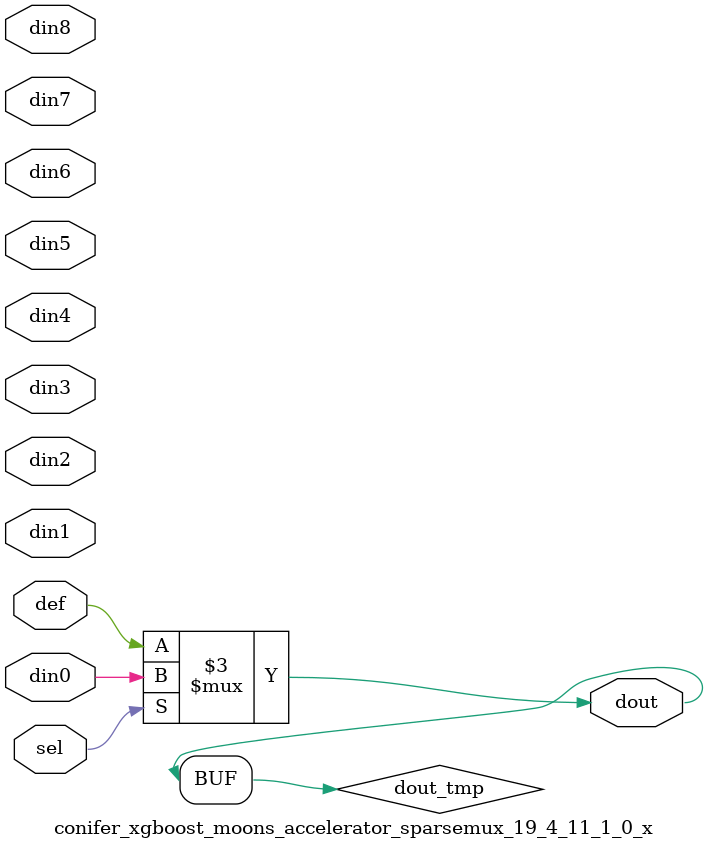
<source format=v>
`timescale 1ns / 1ps

module conifer_xgboost_moons_accelerator_sparsemux_19_4_11_1_0_x (din0,din1,din2,din3,din4,din5,din6,din7,din8,def,sel,dout);

parameter din0_WIDTH = 1;

parameter din1_WIDTH = 1;

parameter din2_WIDTH = 1;

parameter din3_WIDTH = 1;

parameter din4_WIDTH = 1;

parameter din5_WIDTH = 1;

parameter din6_WIDTH = 1;

parameter din7_WIDTH = 1;

parameter din8_WIDTH = 1;

parameter def_WIDTH = 1;
parameter sel_WIDTH = 1;
parameter dout_WIDTH = 1;

parameter [sel_WIDTH-1:0] CASE0 = 1;

parameter [sel_WIDTH-1:0] CASE1 = 1;

parameter [sel_WIDTH-1:0] CASE2 = 1;

parameter [sel_WIDTH-1:0] CASE3 = 1;

parameter [sel_WIDTH-1:0] CASE4 = 1;

parameter [sel_WIDTH-1:0] CASE5 = 1;

parameter [sel_WIDTH-1:0] CASE6 = 1;

parameter [sel_WIDTH-1:0] CASE7 = 1;

parameter [sel_WIDTH-1:0] CASE8 = 1;

parameter ID = 1;
parameter NUM_STAGE = 1;



input [din0_WIDTH-1:0] din0;

input [din1_WIDTH-1:0] din1;

input [din2_WIDTH-1:0] din2;

input [din3_WIDTH-1:0] din3;

input [din4_WIDTH-1:0] din4;

input [din5_WIDTH-1:0] din5;

input [din6_WIDTH-1:0] din6;

input [din7_WIDTH-1:0] din7;

input [din8_WIDTH-1:0] din8;

input [def_WIDTH-1:0] def;
input [sel_WIDTH-1:0] sel;

output [dout_WIDTH-1:0] dout;



reg [dout_WIDTH-1:0] dout_tmp;

always @ (*) begin
case (sel)
    
    CASE0 : dout_tmp = din0;
    
    CASE1 : dout_tmp = din1;
    
    CASE2 : dout_tmp = din2;
    
    CASE3 : dout_tmp = din3;
    
    CASE4 : dout_tmp = din4;
    
    CASE5 : dout_tmp = din5;
    
    CASE6 : dout_tmp = din6;
    
    CASE7 : dout_tmp = din7;
    
    CASE8 : dout_tmp = din8;
    
    default : dout_tmp = def;
endcase
end


assign dout = dout_tmp;



endmodule

</source>
